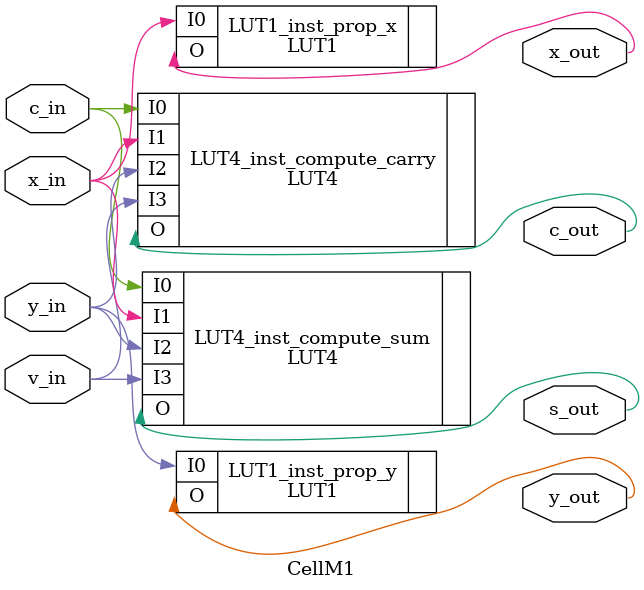
<source format=v>
/*

The MIT License (MIT)

Copyright (c) 2024 LeafLabs LLC

Permission is hereby granted, free of charge, to any person obtaining a copy
of this software and associated documentation files (the "Software"), to deal
in the Software without restriction, including without limitation the rights
to use, copy, modify, merge, publish, distribute, sublicense, and/or sell
copies of the Software, and to permit persons to whom the Software is
furnished to do so, subject to the following conditions:

The above copyright notice and this permission notice shall be included in all
copies or substantial portions of the Software.

THE SOFTWARE IS PROVIDED "AS IS", WITHOUT WARRANTY OF ANY KIND, EXPRESS OR
IMPLIED, INCLUDING BUT NOT LIMITED TO THE WARRANTIES OF MERCHANTABILITY,
FITNESS FOR A PARTICULAR PURPOSE AND NONINFRINGEMENT. IN NO EVENT SHALL THE
AUTHORS OR COPYRIGHT HOLDERS BE LIABLE FOR ANY CLAIM, DAMAGES OR OTHER
LIABILITY, WHETHER IN AN ACTION OF CONTRACT, TORT OR OTHERWISE, ARISING FROM,
OUT OF OR IN CONNECTION WITH THE SOFTWARE OR THE USE OR OTHER DEALINGS IN THE
SOFTWARE.

*/

`timescale 1ns / 1ps

(* DONT_TOUCH = "yes" *) module CellM1 (
    // Multiplier and multiplicand bits
    input  wire x_in,
    input  wire y_in,
    // Sum of previous partial product
    input  wire v_in,
    // Carry in
    input  wire c_in,
    // Sum out
    output wire s_out,
    // Carry out
    output wire c_out,
    // Propagate multiplier and multiplicand bits
    output wire x_out,
    output wire y_out
);

  //////////////////////////////////////////////////////////
  // Proigate x_in and y_in to output with 1 lut of delay
  //////////////////////////////////////////////////////////

  // LUT1: 1-input Look-Up Table with general output (Mapped to a LUT6)
  //       Artix-7
  // Xilinx HDL Language Template, version 2019.2
  (* DONT_TOUCH = "yes", BEL="A6LUT", RLOC="X0Y0" *)
  LUT1 #(
      .INIT(2'b10)  // Specify LUT Contents
  ) LUT1_inst_prop_x (
      .O (x_out),  // LUT general output
      .I0(x_in)    // LUT input
  );
  // End of LUT1_inst instantiation

  // LUT1: 1-input Look-Up Table with general output (Mapped to a LUT6)
  //       Artix-7
  // Xilinx HDL Language Template, version 2019.2
  (* DONT_TOUCH = "yes", BEL="B6LUT", RLOC="X0Y0" *)
  LUT1 #(
      .INIT(2'b10)  // Specify LUT Contents
  ) LUT1_inst_prop_y (
      .O (y_out),  // LUT general output
      .I0(y_in)    // LUT input
  );
  // End of LUT1_inst instantiation

  //////////////////////////////////////////////////////////
  // Compute sum
  //////////////////////////////////////////////////////////
  // LUT4: 4-input Look-Up Table with general output (Mapped to a LUT6)
  //       Artix-7
  // Xilinx HDL Language Template, version 2019.2
  (* DONT_TOUCH = "yes", BEL="C6LUT", RLOC="X0Y0" *)
  LUT4 #(
      .INIT(16'h956a)  // Specify LUT Contents
  ) LUT4_inst_compute_sum (
      .O (s_out),  // LUT general output
      .I0(c_in),   // LUT input
      .I1(x_in),   // LUT input
      .I2(y_in),   // LUT input
      .I3(v_in)    // LUT input
  );
  // End of LUT4_inst instantiation

  //////////////////////////////////////////////////////////
  // Compute carry
  //////////////////////////////////////////////////////////
  // LUT4: 4-input Look-Up Table with general output (Mapped to a LUT6)
  //       Artix-7
  // Xilinx HDL Language Template, version 2019.2
  (* DONT_TOUCH = "yes", BEL="D6LUT", RLOC="X0Y0" *)
  LUT4 #(
      .INIT(16'hea80)  // Specify LUT Contents
  ) LUT4_inst_compute_carry (
      .O (c_out),  // LUT general output
      .I0(c_in),   // LUT input
      .I1(x_in),   // LUT input
      .I2(y_in),   // LUT input
      .I3(v_in)    // LUT input
  );
  // End of LUT4_inst instantiation

endmodule

</source>
